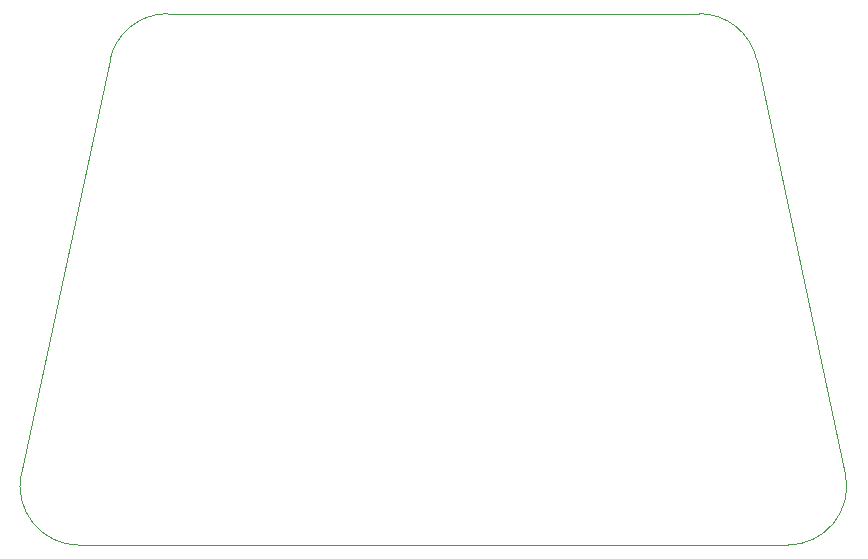
<source format=gm1>
G04 #@! TF.GenerationSoftware,KiCad,Pcbnew,(6.0.5-0)*
G04 #@! TF.CreationDate,2022-07-06T20:18:43+02:00*
G04 #@! TF.ProjectId,add-on-template,6164642d-6f6e-42d7-9465-6d706c617465,1.0*
G04 #@! TF.SameCoordinates,PX3938700PY2aea540*
G04 #@! TF.FileFunction,Profile,NP*
%FSLAX46Y46*%
G04 Gerber Fmt 4.6, Leading zero omitted, Abs format (unit mm)*
G04 Created by KiCad (PCBNEW (6.0.5-0)) date 2022-07-06 20:18:43*
%MOMM*%
%LPD*%
G01*
G04 APERTURE LIST*
G04 #@! TA.AperFunction,Profile*
%ADD10C,0.100000*%
G04 #@! TD*
G04 APERTURE END LIST*
D10*
X110988Y-38952355D02*
G75*
G03*
X5000000Y-45000000I4889012J-1047645D01*
G01*
X62389012Y-3952355D02*
X69889012Y-38952355D01*
X5000000Y-45000000D02*
X65000000Y-45000000D01*
X62389012Y-3952355D02*
G75*
G03*
X57500000Y0I-4889012J-1047645D01*
G01*
X7610988Y-3952355D02*
X110988Y-38952355D01*
X57500000Y0D02*
X12500000Y0D01*
X12500000Y0D02*
G75*
G03*
X7610988Y-3952355I0J-5000000D01*
G01*
X65000000Y-45000000D02*
G75*
G03*
X69889012Y-38952355I0J5000000D01*
G01*
M02*

</source>
